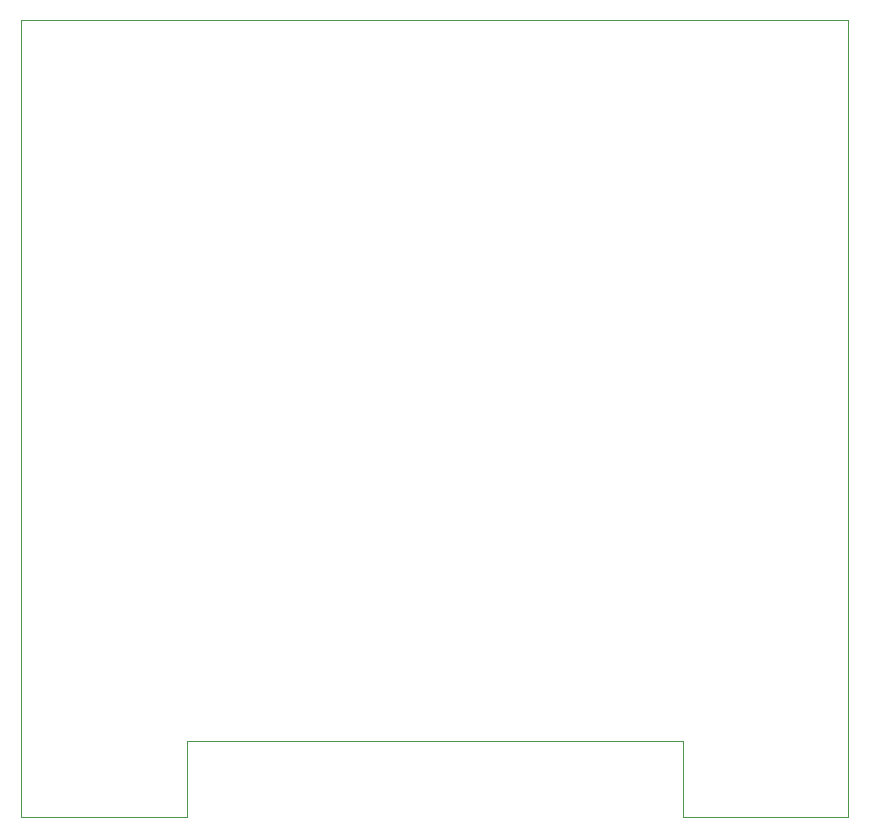
<source format=gbr>
G04 BEGIN FILE *
G04 EdaTools v1.0. *
G04 EdaTools CAM processor. Gerber generator. *
G04 Start timestamp: 13:25:42.422 *
G04 BEGIN HEADER *
%TF.FileFunction,Profile,NP*%
%TF.FilePolarity,Positive*%
%TF.Part,Single*%
%MOMM*%
%FSLAX35Y35*%
G04 END HEADER *
G04 BEGIN MACROS *
%AMM2*21,1,$1,$2,0,0,$3*%
%AMM1*21,1,$1,$2-$3-$3,0,0,$4*
21,1,$1-$3-$3,$2,0,0,$4*
$5=$1/2*
$6=$2/2*
$7=2x$3*
1,1,$7,$5-$3,$6-$3,$4*
1,1,$7,-$5+$3,$6-$3,$4*
1,1,$7,-$5+$3,-$6+$3,$4*
1,1,$7,$5-$3,-$6+$3,$4*%
G04 END MACROS *
G04 BEGIN APERTURES *
%ADD10C,0.1*%
G04 END APERTURES *
G04 BEGIN POLYGONS *
G04 END POLYGONS *
G04 BEGIN IMAGE *
D10*
G01*
X01400000D01*
Y00650000D01*
X05600000D01*
Y00000000D01*
X07000000D01*
Y06750000D01*
X00000000D01*
Y00000000D01*
G04 END IMAGE *
M02*
G04 End timestamp: 13:25:42.422 *
G04 END FILE *

</source>
